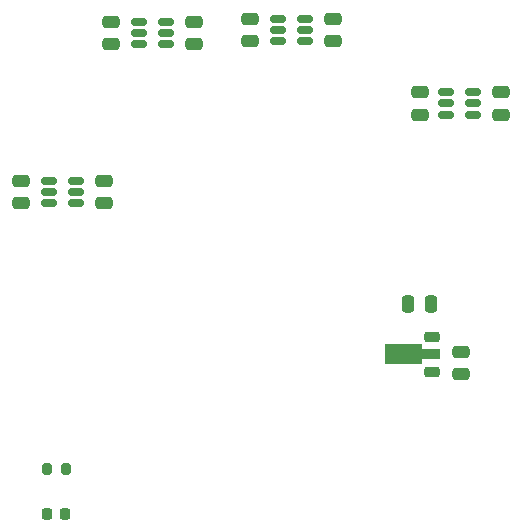
<source format=gbr>
%TF.GenerationSoftware,KiCad,Pcbnew,8.0.6*%
%TF.CreationDate,2025-03-13T12:14:52-04:00*%
%TF.ProjectId,PCB-Test,5043422d-5465-4737-942e-6b696361645f,rev?*%
%TF.SameCoordinates,Original*%
%TF.FileFunction,Paste,Top*%
%TF.FilePolarity,Positive*%
%FSLAX46Y46*%
G04 Gerber Fmt 4.6, Leading zero omitted, Abs format (unit mm)*
G04 Created by KiCad (PCBNEW 8.0.6) date 2025-03-13 12:14:52*
%MOMM*%
%LPD*%
G01*
G04 APERTURE LIST*
G04 Aperture macros list*
%AMRoundRect*
0 Rectangle with rounded corners*
0 $1 Rounding radius*
0 $2 $3 $4 $5 $6 $7 $8 $9 X,Y pos of 4 corners*
0 Add a 4 corners polygon primitive as box body*
4,1,4,$2,$3,$4,$5,$6,$7,$8,$9,$2,$3,0*
0 Add four circle primitives for the rounded corners*
1,1,$1+$1,$2,$3*
1,1,$1+$1,$4,$5*
1,1,$1+$1,$6,$7*
1,1,$1+$1,$8,$9*
0 Add four rect primitives between the rounded corners*
20,1,$1+$1,$2,$3,$4,$5,0*
20,1,$1+$1,$4,$5,$6,$7,0*
20,1,$1+$1,$6,$7,$8,$9,0*
20,1,$1+$1,$8,$9,$2,$3,0*%
%AMFreePoly0*
4,1,9,3.862500,-0.866500,0.737500,-0.866500,0.737500,-0.450000,-0.737500,-0.450000,-0.737500,0.450000,0.737500,0.450000,0.737500,0.866500,3.862500,0.866500,3.862500,-0.866500,3.862500,-0.866500,$1*%
G04 Aperture macros list end*
%ADD10RoundRect,0.218750X-0.218750X-0.256250X0.218750X-0.256250X0.218750X0.256250X-0.218750X0.256250X0*%
%ADD11RoundRect,0.250000X-0.475000X0.250000X-0.475000X-0.250000X0.475000X-0.250000X0.475000X0.250000X0*%
%ADD12RoundRect,0.150000X-0.512500X-0.150000X0.512500X-0.150000X0.512500X0.150000X-0.512500X0.150000X0*%
%ADD13RoundRect,0.250000X0.250000X0.475000X-0.250000X0.475000X-0.250000X-0.475000X0.250000X-0.475000X0*%
%ADD14RoundRect,0.200000X0.200000X0.275000X-0.200000X0.275000X-0.200000X-0.275000X0.200000X-0.275000X0*%
%ADD15RoundRect,0.150000X0.512500X0.150000X-0.512500X0.150000X-0.512500X-0.150000X0.512500X-0.150000X0*%
%ADD16RoundRect,0.225000X0.425000X0.225000X-0.425000X0.225000X-0.425000X-0.225000X0.425000X-0.225000X0*%
%ADD17FreePoly0,180.000000*%
%ADD18RoundRect,0.250000X0.475000X-0.250000X0.475000X0.250000X-0.475000X0.250000X-0.475000X-0.250000X0*%
G04 APERTURE END LIST*
D10*
%TO.C,D1*%
X162175000Y-106500000D03*
X163750000Y-106500000D03*
%TD*%
D11*
%TO.C,C6*%
X200612500Y-70800000D03*
X200612500Y-72700000D03*
%TD*%
%TO.C,C9*%
X197250000Y-92800000D03*
X197250000Y-94700000D03*
%TD*%
D12*
%TO.C,U1*%
X170000000Y-64850000D03*
X170000000Y-65800000D03*
X170000000Y-66750000D03*
X172275000Y-66750000D03*
X172275000Y-65800000D03*
X172275000Y-64850000D03*
%TD*%
D11*
%TO.C,C1*%
X174637500Y-64850000D03*
X174637500Y-66750000D03*
%TD*%
%TO.C,C4*%
X186387500Y-64600000D03*
X186387500Y-66500000D03*
%TD*%
D12*
%TO.C,U2*%
X181750000Y-64600000D03*
X181750000Y-65550000D03*
X181750000Y-66500000D03*
X184025000Y-66500000D03*
X184025000Y-65550000D03*
X184025000Y-64600000D03*
%TD*%
D13*
%TO.C,C10*%
X194700000Y-88750000D03*
X192800000Y-88750000D03*
%TD*%
D14*
%TO.C,R1*%
X163827500Y-102710000D03*
X162177500Y-102710000D03*
%TD*%
D11*
%TO.C,C2*%
X167637500Y-64850000D03*
X167637500Y-66750000D03*
%TD*%
D15*
%TO.C,U4*%
X164637500Y-80200000D03*
X164637500Y-79250000D03*
X164637500Y-78300000D03*
X162362500Y-78300000D03*
X162362500Y-79250000D03*
X162362500Y-80200000D03*
%TD*%
D16*
%TO.C,U5*%
X194837500Y-94500000D03*
D17*
X194750000Y-93000000D03*
D16*
X194837500Y-91500000D03*
%TD*%
D12*
%TO.C,U3*%
X195975000Y-70800000D03*
X195975000Y-71750000D03*
X195975000Y-72700000D03*
X198250000Y-72700000D03*
X198250000Y-71750000D03*
X198250000Y-70800000D03*
%TD*%
D18*
%TO.C,C8*%
X160000000Y-80200000D03*
X160000000Y-78300000D03*
%TD*%
D11*
%TO.C,C3*%
X179387500Y-64600000D03*
X179387500Y-66500000D03*
%TD*%
D18*
%TO.C,C7*%
X167000000Y-80200000D03*
X167000000Y-78300000D03*
%TD*%
D11*
%TO.C,C5*%
X193750000Y-70800000D03*
X193750000Y-72700000D03*
%TD*%
M02*

</source>
